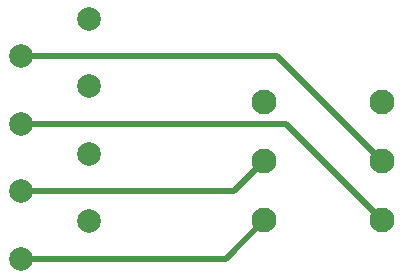
<source format=gbr>
G04 #@! TF.GenerationSoftware,KiCad,Pcbnew,(5.1.8-0-10_14)*
G04 #@! TF.CreationDate,2021-01-03T16:49:30+01:00*
G04 #@! TF.ProjectId,alps-adapter,616c7073-2d61-4646-9170-7465722e6b69,rev?*
G04 #@! TF.SameCoordinates,Original*
G04 #@! TF.FileFunction,Copper,L2,Bot*
G04 #@! TF.FilePolarity,Positive*
%FSLAX46Y46*%
G04 Gerber Fmt 4.6, Leading zero omitted, Abs format (unit mm)*
G04 Created by KiCad (PCBNEW (5.1.8-0-10_14)) date 2021-01-03 16:49:30*
%MOMM*%
%LPD*%
G01*
G04 APERTURE LIST*
G04 #@! TA.AperFunction,ComponentPad*
%ADD10C,2.100000*%
G04 #@! TD*
G04 #@! TA.AperFunction,ComponentPad*
%ADD11C,2.000000*%
G04 #@! TD*
G04 #@! TA.AperFunction,Conductor*
%ADD12C,0.500000*%
G04 #@! TD*
G04 APERTURE END LIST*
D10*
X202645000Y-89615000D03*
X202645000Y-94615000D03*
X202645000Y-99615000D03*
X192645000Y-89615000D03*
X192645000Y-94615000D03*
X192645000Y-99615000D03*
D11*
X172085000Y-91440000D03*
X172085000Y-85725000D03*
X172085000Y-102870000D03*
X172085000Y-97155000D03*
X177800000Y-99695000D03*
X177800000Y-93980000D03*
X177800000Y-88265000D03*
X177800000Y-82550000D03*
D12*
X194470000Y-91440000D02*
X202645000Y-99615000D01*
X172085000Y-91440000D02*
X194470000Y-91440000D01*
X189390000Y-102870000D02*
X192645000Y-99615000D01*
X172085000Y-102870000D02*
X189390000Y-102870000D01*
X190105000Y-97155000D02*
X192645000Y-94615000D01*
X172085000Y-97155000D02*
X190105000Y-97155000D01*
X193755000Y-85725000D02*
X202645000Y-94615000D01*
X172085000Y-85725000D02*
X193755000Y-85725000D01*
M02*

</source>
